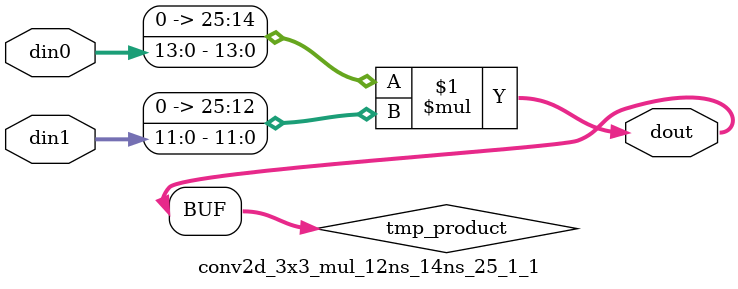
<source format=v>

`timescale 1 ns / 1 ps

  module conv2d_3x3_mul_12ns_14ns_25_1_1(din0, din1, dout);
parameter ID = 1;
parameter NUM_STAGE = 0;
parameter din0_WIDTH = 14;
parameter din1_WIDTH = 12;
parameter dout_WIDTH = 26;

input [din0_WIDTH - 1 : 0] din0; 
input [din1_WIDTH - 1 : 0] din1; 
output [dout_WIDTH - 1 : 0] dout;

wire signed [dout_WIDTH - 1 : 0] tmp_product;










assign tmp_product = $signed({1'b0, din0}) * $signed({1'b0, din1});











assign dout = tmp_product;







endmodule

</source>
